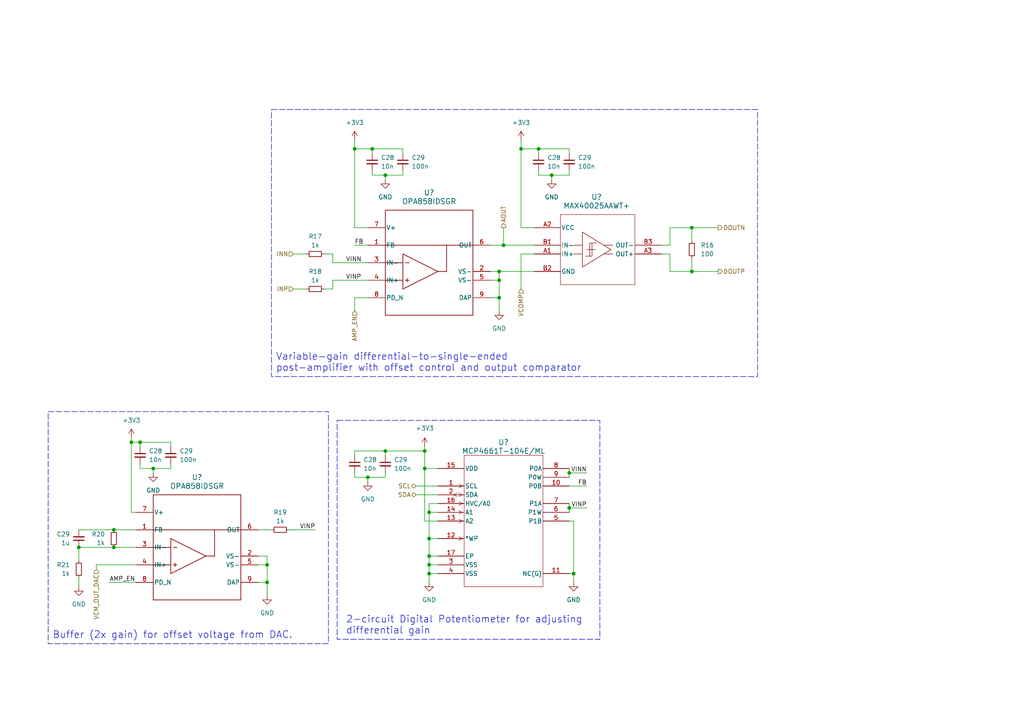
<source format=kicad_sch>
(kicad_sch (version 20230121) (generator eeschema)
  (paper "A4")
  (lib_symbols
    (symbol "Device:C_Small" (pin_numbers hide) (pin_names (offset 0.254) hide)
      (property "Reference" "C" (at 0.254 1.778 0))
      (property "Value" "C_Small" (at 0.254 -2.032 0))
      (symbol "C_Small_0_1"
        (polyline (pts (xy -1.524 -0.508) (xy 1.524 -0.508)) (stroke (width 0.3302)))
        (polyline (pts (xy -1.524 0.508) (xy 1.524 0.508)) (stroke (width 0.3048)))
      )
      (symbol "C_Small_1_1"
        (pin passive line (at 0 2.54 270) (length 2.032) (name "~") (number "1"))
        (pin passive line (at 0 -2.54 90) (length 2.032) (name "~") (number "2"))
      )
    )
    (symbol "Device:R_Small" (pin_numbers hide) (pin_names (offset 0.254) hide)
      (property "Reference" "R" (at 0.762 0.508 0))
      (property "Value" "R_Small" (at 0.762 -1.016 0))
      (symbol "R_Small_0_1"
        (rectangle (start -0.762 1.778) (end 0.762 -1.778) (stroke (width 0.2032)))
      )
      (symbol "R_Small_1_1"
        (pin passive line (at 0 2.54 270) (length 0.762) (name "~") (number "1"))
        (pin passive line (at 0 -2.54 90) (length 0.762) (name "~") (number "2"))
      )
    )
    (symbol "imported_components:MAX40025AAWT+" (pin_names (offset 0.254))
      (property "Reference" "U" (at 17.78 13.97 0))
      (property "Value" "MAX40025AAWT+" (at 17.78 11.43 0))
      (symbol "MAX40025AAWT+_0_1"
        (polyline (pts (xy 7.62 -10.16) (xy 29.21 -10.16)) (stroke (width 0.127)))
        (polyline (pts (xy 7.62 10.16) (xy 7.62 -10.16)) (stroke (width 0.127)))
        (polyline (pts (xy 29.21 -10.16) (xy 29.21 10.16)) (stroke (width 0.127)))
        (polyline (pts (xy 29.21 10.16) (xy 7.62 10.16)) (stroke (width 0.127)))
        (pin input line (at 0 -1.27 0) (length 7.62) (name "IN+") (number "A1"))
        (pin power_in line (at 0 6.35 0) (length 7.62) (name "VCC") (number "A2"))
        (pin output line (at 36.83 -1.27 180) (length 7.62) (name "OUT+") (number "A3"))
        (pin input line (at 0 1.27 0) (length 7.62) (name "IN-") (number "B1"))
        (pin output line (at 36.83 1.27 180) (length 7.62) (name "OUT-") (number "B3"))
      )
      (symbol "MAX40025AAWT+_1_1"
        (polyline (pts (xy 11.43 -1.27) (xy 13.97 -1.27)))
        (polyline (pts (xy 11.43 1.27) (xy 13.97 1.27)))
        (polyline (pts (xy 17.78 0) (xy 15.24 0)))
        (polyline (pts (xy 20.32 -1.27) (xy 22.86 -1.27)))
        (polyline (pts (xy 20.32 1.27) (xy 22.86 1.27)))
        (polyline (pts (xy 13.97 5.08) (xy 13.97 -5.08) (xy 22.225 0) (xy 13.97 5.08)))
        (polyline (pts (xy 14.859 -1.905) (xy 16.764 -1.905) (xy 16.764 1.905) (xy 18.034 1.905) (xy 16.129 1.905) (xy 16.129 -1.905)))
        (pin power_in line (at 0 -6.35 0) (length 7.62) (name "GND") (number "B2"))
      )
    )
    (symbol "imported_components:MCP4661T-104E_ML" (pin_names (offset 0.254))
      (property "Reference" "U" (at 0 22.86 0))
      (property "Value" "MCP4661T-104E/ML" (at 0 20.32 0))
      (symbol "MCP4661T-104E_ML_0_1"
        (polyline (pts (xy -13.5128 7.0993) (xy -14.5542 7.62)) (stroke (width 0.127)))
        (polyline (pts (xy -13.5128 8.1407) (xy -14.5542 7.62)) (stroke (width 0.127)))
        (polyline (pts (xy -11.9507 -5.08) (xy -12.9921 -5.6007)) (stroke (width 0.127)))
        (polyline (pts (xy -11.9507 -5.08) (xy -12.9921 -4.5593)) (stroke (width 0.127)))
        (polyline (pts (xy -11.9507 0) (xy -12.9921 -0.5207)) (stroke (width 0.127)))
        (polyline (pts (xy -11.9507 0) (xy -12.9921 0.5207)) (stroke (width 0.127)))
        (polyline (pts (xy -11.9507 2.54) (xy -12.9921 2.0193)) (stroke (width 0.127)))
        (polyline (pts (xy -11.9507 2.54) (xy -12.9921 3.0607)) (stroke (width 0.127)))
        (polyline (pts (xy -11.9507 5.08) (xy -12.9921 4.5593)) (stroke (width 0.127)))
        (polyline (pts (xy -11.9507 5.08) (xy -12.9921 5.6007)) (stroke (width 0.127)))
        (polyline (pts (xy -11.9507 7.62) (xy -12.9921 7.0993)) (stroke (width 0.127)))
        (polyline (pts (xy -11.9507 7.62) (xy -12.9921 8.1407)) (stroke (width 0.127)))
        (polyline (pts (xy -11.9507 10.16) (xy -12.9921 9.6393)) (stroke (width 0.127)))
        (polyline (pts (xy -11.9507 10.16) (xy -12.9921 10.6807)) (stroke (width 0.127)))
        (polyline (pts (xy -11.43 -19.05) (xy 11.43 -19.05)) (stroke (width 0.127)))
        (polyline (pts (xy -11.43 19.05) (xy -11.43 -19.05)) (stroke (width 0.127)))
        (polyline (pts (xy 11.43 -19.05) (xy 11.43 19.05)) (stroke (width 0.127)))
        (polyline (pts (xy 11.43 19.05) (xy -11.43 19.05)) (stroke (width 0.127)))
        (pin input line (at -19.05 10.16 0) (length 7.62) (name "SCL") (number "1"))
        (pin input line (at -19.05 -5.08 0) (length 7.62) (name "*WP") (number "12"))
        (pin input line (at -19.05 0 0) (length 7.62) (name "A2") (number "13"))
        (pin input line (at -19.05 2.54 0) (length 7.62) (name "A1") (number "14"))
        (pin power_in line (at -19.05 15.24 0) (length 7.62) (name "VDD") (number "15"))
        (pin input line (at -19.05 5.08 0) (length 7.62) (name "HVC/A0") (number "16"))
        (pin bidirectional line (at -19.05 7.62 0) (length 7.62) (name "SDA") (number "2"))
        (pin power_in line (at -19.05 -12.7 0) (length 7.62) (name "VSS") (number "3"))
        (pin power_in line (at -19.05 -15.24 0) (length 7.62) (name "VSS") (number "4"))
      )
      (symbol "MCP4661T-104E_ML_1_1"
        (pin passive line (at 19.05 10.16 180) (length 7.62) (name "P0B") (number "10"))
        (pin power_in line (at 19.05 -15.24 180) (length 7.62) (name "NC(G)") (number "11"))
        (pin power_in line (at -19.05 -10.16 0) (length 7.62) (name "EP") (number "17"))
        (pin passive line (at 19.05 0 180) (length 7.62) (name "P1B") (number "5"))
        (pin passive line (at 19.05 2.54 180) (length 7.62) (name "P1W") (number "6"))
        (pin passive line (at 19.05 5.08 180) (length 7.62) (name "P1A") (number "7"))
        (pin passive line (at 19.05 15.24 180) (length 7.62) (name "P0A") (number "8"))
        (pin passive line (at 19.05 12.7 180) (length 7.62) (name "P0W") (number "9"))
      )
    )
    (symbol "imported_components:OPA858IDSGR" (pin_names (offset 0.254))
      (property "Reference" "U" (at 0 19.05 0))
      (property "Value" "OPA858IDSGR" (at 0 16.51 0))
      (symbol "OPA858IDSGR_0_1"
        (polyline (pts (xy -12.7 -15.24) (xy 12.7 -15.24)) (stroke (width 0.2032)))
        (polyline (pts (xy -12.7 -5.08) (xy -7.62 -5.08)) (stroke (width 0.2032)))
        (polyline (pts (xy -12.7 0) (xy -7.62 0)) (stroke (width 0.2032)))
        (polyline (pts (xy -12.7 15.24) (xy -12.7 -15.24)) (stroke (width 0.2032)))
        (polyline (pts (xy -7.62 -7.62) (xy 2.54 -2.54)) (stroke (width 0.2032)))
        (polyline (pts (xy -7.62 2.54) (xy -7.62 -7.62)) (stroke (width 0.2032)))
        (polyline (pts (xy -7.62 2.54) (xy 2.54 -2.54)) (stroke (width 0.2032)))
        (polyline (pts (xy -6.858 -5.08) (xy -5.842 -5.08)) (stroke (width 0.2032)))
        (polyline (pts (xy -6.858 0) (xy -5.842 0)) (stroke (width 0.2032)))
        (polyline (pts (xy -6.35 -4.572) (xy -6.35 -5.588)) (stroke (width 0.2032)))
        (polyline (pts (xy 5.08 -2.54) (xy 2.54 -2.54)) (stroke (width 0.2032)))
        (polyline (pts (xy 5.08 -2.54) (xy 5.08 5.08)) (stroke (width 0.2032)))
        (polyline (pts (xy 12.7 -15.24) (xy 12.7 15.24)) (stroke (width 0.2032)))
        (polyline (pts (xy 12.7 5.08) (xy -12.7 5.08)) (stroke (width 0.2032)))
        (polyline (pts (xy 12.7 15.24) (xy -12.7 15.24)) (stroke (width 0.2032)))
        (pin input line (at -17.78 5.08 0) (length 5.08) (name "FB") (number "1"))
        (pin power_in line (at 17.78 -2.54 180) (length 5.08) (name "VS-") (number "2"))
        (pin input line (at -17.78 0 0) (length 5.08) (name "IN-") (number "3"))
        (pin input line (at -17.78 -5.08 0) (length 5.08) (name "IN+") (number "4"))
        (pin power_in line (at 17.78 -5.08 180) (length 5.08) (name "VS-") (number "5"))
        (pin output line (at 17.78 5.08 180) (length 5.08) (name "OUT") (number "6"))
        (pin power_in line (at -17.78 10.16 0) (length 5.08) (name "V+") (number "7"))
        (pin input line (at -17.78 -10.16 0) (length 5.08) (name "PD_N") (number "8"))
        (pin power_in line (at 17.78 -10.16 180) (length 5.08) (name "DAP") (number "9"))
      )
    )
    (symbol "power:+3V3" (power) (pin_names (offset 0))
      (property "Value" "+3V3" (at 0 3.556 0))
      (symbol "+3V3_0_1"
        (polyline (pts (xy -0.762 1.27) (xy 0 2.54)))
        (polyline (pts (xy 0 0) (xy 0 2.54)))
        (polyline (pts (xy 0 2.54) (xy 0.762 1.27)))
      )
      (symbol "+3V3_1_1"
        (pin power_in line (at 0 0 90) (length 0) hide (name "+3V3") (number "1"))
      )
    )
    (symbol "power:GND" (power) (pin_names (offset 0))
      (property "Value" "GND" (at 0 -3.81 0))
      (symbol "GND_0_1"
        (polyline (pts (xy 0 0) (xy 0 -1.27) (xy 1.27 -1.27) (xy 0 -2.54) (xy -1.27 -1.27) (xy 0 -1.27)))
      )
      (symbol "GND_1_1"
        (pin power_in line (at 0 0 270) (length 0) hide (name "GND") (number "1"))
      )
    )
  )
  (junction (at 124.46 166.37))
  (junction (at 106.68 138.43))
  (junction (at 200.66 78.74))
  (junction (at 44.45 135.89))
  (junction (at 160.02 50.8))
  (junction (at 38.1 128.27))
  (junction (at 107.95 43.18))
  (junction (at 144.78 81.28))
  (junction (at 151.13 43.18))
  (junction (at 124.46 148.59))
  (junction (at 165.1 147.32))
  (junction (at 40.64 128.27))
  (junction (at 77.47 168.91))
  (junction (at 156.21 43.18))
  (junction (at 124.46 156.21))
  (junction (at 146.05 71.12))
  (junction (at 22.86 158.75))
  (junction (at 165.1 137.16))
  (junction (at 124.46 161.29))
  (junction (at 124.46 163.83))
  (junction (at 111.76 50.8))
  (junction (at 33.02 158.75))
  (junction (at 111.76 130.81))
  (junction (at 166.37 166.37))
  (junction (at 123.19 130.81))
  (junction (at 77.47 163.83))
  (junction (at 33.02 153.67))
  (junction (at 200.66 66.04))
  (junction (at 123.19 135.89))
  (junction (at 144.78 78.74))
  (junction (at 102.87 43.18))
  (junction (at 144.78 86.36))
  (wire (pts (xy 142.24 71.12) (xy 146.05 71.12)))
  (wire (pts (xy 165.1 147.32) (xy 165.1 148.59)))
  (wire (pts (xy 123.19 129.54) (xy 123.19 130.81)))
  (wire (pts (xy 200.66 66.04) (xy 208.28 66.04)))
  (wire (pts (xy 146.05 66.04) (xy 146.05 71.12)))
  (wire (pts (xy 96.52 81.28) (xy 96.52 83.82)))
  (wire (pts (xy 165.1 166.37) (xy 166.37 166.37)))
  (wire (pts (xy 49.53 135.89) (xy 44.45 135.89)))
  (wire (pts (xy 194.31 66.04) (xy 194.31 71.12)))
  (wire (pts (xy 111.76 137.16) (xy 111.76 138.43)))
  (wire (pts (xy 165.1 44.45) (xy 165.1 43.18)))
  (wire (pts (xy 33.02 158.75) (xy 39.37 158.75)))
  (wire (pts (xy 165.1 137.16) (xy 165.1 138.43)))
  (wire (pts (xy 93.98 83.82) (xy 96.52 83.82)))
  (wire (pts (xy 144.78 86.36) (xy 144.78 90.17)))
  (wire (pts (xy 38.1 128.27) (xy 38.1 148.59)))
  (wire (pts (xy 96.52 76.2) (xy 106.68 76.2)))
  (wire (pts (xy 102.87 138.43) (xy 102.87 137.16)))
  (wire (pts (xy 116.84 50.8) (xy 111.76 50.8)))
  (wire (pts (xy 85.09 83.82) (xy 88.9 83.82)))
  (wire (pts (xy 49.53 129.54) (xy 49.53 128.27)))
  (wire (pts (xy 127 146.05) (xy 124.46 146.05)))
  (wire (pts (xy 124.46 156.21) (xy 127 156.21)))
  (wire (pts (xy 165.1 137.16) (xy 170.18 137.16)))
  (wire (pts (xy 166.37 151.13) (xy 166.37 166.37)))
  (wire (pts (xy 166.37 166.37) (xy 166.37 168.91)))
  (wire (pts (xy 194.31 73.66) (xy 191.77 73.66)))
  (wire (pts (xy 127 161.29) (xy 124.46 161.29)))
  (wire (pts (xy 107.95 50.8) (xy 107.95 49.53)))
  (wire (pts (xy 77.47 161.29) (xy 77.47 163.83)))
  (wire (pts (xy 22.86 162.56) (xy 22.86 158.75)))
  (wire (pts (xy 120.65 143.51) (xy 127 143.51)))
  (wire (pts (xy 102.87 86.36) (xy 102.87 90.17)))
  (wire (pts (xy 38.1 148.59) (xy 39.37 148.59)))
  (wire (pts (xy 22.86 153.67) (xy 33.02 153.67)))
  (wire (pts (xy 165.1 49.53) (xy 165.1 50.8)))
  (wire (pts (xy 194.31 78.74) (xy 194.31 73.66)))
  (wire (pts (xy 116.84 44.45) (xy 116.84 43.18)))
  (wire (pts (xy 77.47 163.83) (xy 77.47 168.91)))
  (wire (pts (xy 124.46 166.37) (xy 127 166.37)))
  (wire (pts (xy 151.13 40.64) (xy 151.13 43.18)))
  (wire (pts (xy 85.09 73.66) (xy 88.9 73.66)))
  (wire (pts (xy 194.31 66.04) (xy 200.66 66.04)))
  (wire (pts (xy 111.76 50.8) (xy 111.76 52.07)))
  (wire (pts (xy 106.68 66.04) (xy 102.87 66.04)))
  (wire (pts (xy 144.78 81.28) (xy 144.78 86.36)))
  (wire (pts (xy 194.31 71.12) (xy 191.77 71.12)))
  (wire (pts (xy 77.47 168.91) (xy 77.47 172.72)))
  (wire (pts (xy 156.21 43.18) (xy 156.21 44.45)))
  (wire (pts (xy 123.19 151.13) (xy 123.19 135.89)))
  (wire (pts (xy 124.46 146.05) (xy 124.46 148.59)))
  (wire (pts (xy 200.66 74.93) (xy 200.66 78.74)))
  (wire (pts (xy 127 148.59) (xy 124.46 148.59)))
  (wire (pts (xy 38.1 128.27) (xy 40.64 128.27)))
  (wire (pts (xy 74.93 153.67) (xy 78.74 153.67)))
  (wire (pts (xy 144.78 78.74) (xy 154.94 78.74)))
  (wire (pts (xy 120.65 140.97) (xy 127 140.97)))
  (wire (pts (xy 107.95 43.18) (xy 107.95 44.45)))
  (wire (pts (xy 22.86 167.64) (xy 22.86 170.18)))
  (wire (pts (xy 124.46 163.83) (xy 124.46 166.37)))
  (wire (pts (xy 22.86 158.75) (xy 33.02 158.75)))
  (wire (pts (xy 74.93 163.83) (xy 77.47 163.83)))
  (wire (pts (xy 151.13 73.66) (xy 151.13 83.82)))
  (wire (pts (xy 49.53 134.62) (xy 49.53 135.89)))
  (wire (pts (xy 27.94 163.83) (xy 39.37 163.83)))
  (wire (pts (xy 127 151.13) (xy 123.19 151.13)))
  (wire (pts (xy 40.64 135.89) (xy 40.64 134.62)))
  (wire (pts (xy 102.87 86.36) (xy 106.68 86.36)))
  (wire (pts (xy 124.46 166.37) (xy 124.46 168.91)))
  (wire (pts (xy 102.87 130.81) (xy 111.76 130.81)))
  (wire (pts (xy 142.24 81.28) (xy 144.78 81.28)))
  (wire (pts (xy 111.76 138.43) (xy 106.68 138.43)))
  (wire (pts (xy 151.13 43.18) (xy 156.21 43.18)))
  (wire (pts (xy 111.76 50.8) (xy 107.95 50.8)))
  (wire (pts (xy 144.78 78.74) (xy 144.78 81.28)))
  (wire (pts (xy 111.76 130.81) (xy 123.19 130.81)))
  (wire (pts (xy 116.84 49.53) (xy 116.84 50.8)))
  (wire (pts (xy 166.37 151.13) (xy 165.1 151.13)))
  (wire (pts (xy 74.93 168.91) (xy 77.47 168.91)))
  (wire (pts (xy 33.02 153.67) (xy 39.37 153.67)))
  (wire (pts (xy 44.45 135.89) (xy 40.64 135.89)))
  (wire (pts (xy 102.87 71.12) (xy 106.68 71.12)))
  (wire (pts (xy 124.46 163.83) (xy 127 163.83)))
  (wire (pts (xy 102.87 43.18) (xy 102.87 66.04)))
  (wire (pts (xy 123.19 135.89) (xy 127 135.89)))
  (wire (pts (xy 165.1 50.8) (xy 160.02 50.8)))
  (wire (pts (xy 160.02 50.8) (xy 156.21 50.8)))
  (wire (pts (xy 156.21 43.18) (xy 165.1 43.18)))
  (wire (pts (xy 151.13 43.18) (xy 151.13 66.04)))
  (wire (pts (xy 142.24 78.74) (xy 144.78 78.74)))
  (wire (pts (xy 151.13 66.04) (xy 154.94 66.04)))
  (wire (pts (xy 156.21 50.8) (xy 156.21 49.53)))
  (wire (pts (xy 123.19 130.81) (xy 123.19 135.89)))
  (wire (pts (xy 160.02 50.8) (xy 160.02 52.07)))
  (wire (pts (xy 124.46 161.29) (xy 124.46 163.83)))
  (wire (pts (xy 44.45 135.89) (xy 44.45 137.16)))
  (wire (pts (xy 102.87 40.64) (xy 102.87 43.18)))
  (wire (pts (xy 165.1 137.16) (xy 165.1 135.89)))
  (wire (pts (xy 40.64 128.27) (xy 40.64 129.54)))
  (wire (pts (xy 107.95 43.18) (xy 116.84 43.18)))
  (wire (pts (xy 93.98 73.66) (xy 96.52 73.66)))
  (wire (pts (xy 200.66 78.74) (xy 208.28 78.74)))
  (wire (pts (xy 200.66 66.04) (xy 200.66 69.85)))
  (wire (pts (xy 124.46 148.59) (xy 124.46 156.21)))
  (wire (pts (xy 106.68 138.43) (xy 106.68 139.7)))
  (wire (pts (xy 102.87 130.81) (xy 102.87 132.08)))
  (wire (pts (xy 151.13 73.66) (xy 154.94 73.66)))
  (wire (pts (xy 165.1 147.32) (xy 170.18 147.32)))
  (wire (pts (xy 142.24 86.36) (xy 144.78 86.36)))
  (wire (pts (xy 124.46 156.21) (xy 124.46 161.29)))
  (wire (pts (xy 27.94 165.1) (xy 27.94 163.83)))
  (wire (pts (xy 74.93 161.29) (xy 77.47 161.29)))
  (wire (pts (xy 96.52 73.66) (xy 96.52 76.2)))
  (wire (pts (xy 146.05 71.12) (xy 154.94 71.12)))
  (wire (pts (xy 194.31 78.74) (xy 200.66 78.74)))
  (wire (pts (xy 96.52 81.28) (xy 106.68 81.28)))
  (wire (pts (xy 38.1 127) (xy 38.1 128.27)))
  (wire (pts (xy 165.1 147.32) (xy 165.1 146.05)))
  (wire (pts (xy 40.64 128.27) (xy 49.53 128.27)))
  (wire (pts (xy 83.82 153.67) (xy 91.44 153.67)))
  (wire (pts (xy 106.68 138.43) (xy 102.87 138.43)))
  (wire (pts (xy 165.1 140.97) (xy 170.18 140.97)))
  (wire (pts (xy 102.87 43.18) (xy 107.95 43.18)))
  (wire (pts (xy 111.76 132.08) (xy 111.76 130.81)))
  (wire (pts (xy 31.75 168.91) (xy 39.37 168.91)))
  (rectangle (start 13.97 119.38) (end 95.25 186.69) (stroke (width 0) (type dash)))
  (rectangle (start 97.79 121.92) (end 173.99 185.42) (stroke (width 0) (type dash)))
  (rectangle (start 78.74 31.75) (end 219.71 109.22) (stroke (width 0) (type dash)))
  (text "Buffer (2x gain) for offset voltage from DAC." (at 15.24 185.42 0) (effects (font (size 2 2)) (justify left bottom)))
  (text "2-circuit Digital Potentiometer for adjusting \ndifferential gain" (at 100.33 184.15 0) (effects (font (size 2 2)) (justify left bottom)))
  (text "Variable-gain differential-to-single-ended\npost-amplifier with offset control and output comparator" (at 80.01 107.95 0) (effects (font (size 2 2)) (justify left bottom)))
  (label "VINP" (at 100.33 81.28 0))
  (label "VINP" (at 91.44 153.67 180))
  (label "FB" (at 102.87 71.12 0))
  (label "VINN" (at 170.18 137.16 180))
  (label "AMP_EN" (at 31.75 168.91 0))
  (label "VINN" (at 100.33 76.2 0))
  (label "VINP" (at 170.18 147.32 180))
  (label "FB" (at 170.18 140.97 180))
  (hierarchical_label "VCM_OUT_DAC" (shape input) (at 27.94 165.1 270))
  (hierarchical_label "INP" (shape input) (at 85.09 83.82 180))
  (hierarchical_label "SCL" (shape bidirectional) (at 120.65 140.97 180))
  (hierarchical_label "SDA" (shape bidirectional) (at 120.65 143.51 180))
  (hierarchical_label "DOUTP" (shape output) (at 208.28 78.74 0))
  (hierarchical_label "INN" (shape input) (at 85.09 73.66 180))
  (hierarchical_label "AMP_EN" (shape input) (at 102.87 90.17 270))
  (hierarchical_label "VCOMP" (shape input) (at 151.13 83.82 270))
  (hierarchical_label "AOUT" (shape output) (at 146.05 66.04 90))
  (hierarchical_label "DOUTN" (shape output) (at 208.28 66.04 0))
  (symbol (lib_id "imported_components:MAX40025AAWT+") (at 154.94 72.39 0) (unit 1)
    (property "Reference" "U?" (at 173.0375 57.15 0) (effects (font (size 1.524 1.524))))
    (property "Value" "MAX40025AAWT+" (at 173.0375 59.69 0) (effects (font (size 1.524 1.524))))
    (property "Footprint" "imported_footprints:21-100296_W60D1&plus_1_MXM" (effects hide))
    (property "Datasheet" "https://www.analog.com/media/en/technical-documentation/data-sheets/MAX40025A-MAX40026.pdf" (effects hide))
    (property "PartNum" "MAX40025AAWT+" (effects hide))
    (property "Description" "IC COMPARATOR 1 GEN PUR 6WLP" (effects hide))
    (property "Manufacturer" "Analog Devices Inc./Maxim Integrated" (effects hide))
    (instances (project "pixel_char_fall2023" (path "" (reference "U?") (unit 1)) (path "" (reference "U12") (unit 1)) (path "" (reference "U16") (unit 1))))
  )
  (symbol (lib_id "power:+3V3") (at 38.1 127 0) (unit 1)
    (property "Reference" "#PWR?" (effects hide))
    (property "Value" "+3V3" (at 38.1 121.92 0))
    (instances (project "pixel_char_fall2023" (path "" (reference "#PWR?") (unit 1)) (path "" (reference "#PWR087") (unit 1)) (path "" (reference "#PWR0100") (unit 1))))
  )
  (symbol (lib_id "power:+3V3") (at 151.13 40.64 0) (unit 1)
    (property "Reference" "#PWR?" (effects hide))
    (property "Value" "+3V3" (at 151.13 35.56 0))
    (instances (project "pixel_char_fall2023" (path "" (reference "#PWR?") (unit 1)) (path "" (reference "#PWR083") (unit 1)) (path "" (reference "#PWR096") (unit 1))))
  )
  (symbol (lib_id "power:+3V3") (at 102.87 40.64 0) (unit 1)
    (property "Reference" "#PWR?" (effects hide))
    (property "Value" "+3V3" (at 102.87 35.56 0))
    (instances (project "pixel_char_fall2023" (path "" (reference "#PWR?") (unit 1)) (path "" (reference "#PWR082") (unit 1)) (path "" (reference "#PWR095") (unit 1))))
  )
  (symbol (lib_id "power:GND") (at 106.68 139.7 0) (unit 1)
    (property "Reference" "#PWR?" (effects hide))
    (property "Value" "GND" (at 106.68 144.78 0))
    (instances (project "pixel_char_fall2023" (path "" (reference "#PWR?") (unit 1)) (path "" (reference "#PWR067") (unit 1)) (path "" (reference "#PWR090") (unit 1)) (path "" (reference "#PWR0103") (unit 1))))
  )
  (symbol (lib_id "Device:C_Small") (at 116.84 46.99 0) (unit 1)
    (property "Reference" "C29" (at 119.38 45.7263 0) (effects (justify left)))
    (property "Value" "100n" (at 119.38 48.2663 0) (effects (justify left)))
    (property "Footprint" "Capacitor_SMD:C_0402_1005Metric" (effects hide))
    (property "Description" "CAP CER 0.1UF 25V X7R 0402" (effects hide))
    (property "Manufacturer" "Murata Electronics" (effects hide))
    (property "PartNum" "GRM155R71E104KE14J" (effects hide))
    (instances (project "pixel_char_fall2023" (path "" (reference "C29") (unit 1)) (path "" (reference "C70") (unit 1)) (path "" (reference "C79") (unit 1))))
  )
  (symbol (lib_id "Device:C_Small") (at 156.21 46.99 0) (unit 1)
    (property "Reference" "C28" (at 158.75 45.7263 0) (effects (justify left)))
    (property "Value" "10n" (at 158.75 48.2663 0) (effects (justify left)))
    (property "Footprint" "Capacitor_SMD:C_0402_1005Metric" (effects hide))
    (property "Description" "CAP CER 10000PF 16V X7R 0402" (effects hide))
    (property "Manufacturer" "Murata Electronics" (effects hide))
    (property "PartNum" "GRT155R71C103KE01J" (effects hide))
    (instances (project "pixel_char_fall2023" (path "" (reference "C28") (unit 1)) (path "" (reference "C71") (unit 1)) (path "" (reference "C80") (unit 1))))
  )
  (symbol (lib_id "power:GND") (at 77.47 172.72 0) (unit 1)
    (property "Reference" "#PWR?" (effects hide))
    (property "Value" "GND" (at 77.47 177.8 0))
    (instances (project "pixel_char_fall2023" (path "" (reference "#PWR?") (unit 1)) (path "" (reference "#PWR094") (unit 1)) (path "" (reference "#PWR0107") (unit 1))))
  )
  (symbol (lib_id "Device:C_Small") (at 111.76 134.62 0) (unit 1)
    (property "Reference" "C29" (at 114.3 133.3563 0) (effects (justify left)))
    (property "Value" "100n" (at 114.3 135.8963 0) (effects (justify left)))
    (property "Footprint" "Capacitor_SMD:C_0402_1005Metric" (effects hide))
    (property "Description" "CAP CER 0.1UF 25V X7R 0402" (effects hide))
    (property "Manufacturer" "Murata Electronics" (effects hide))
    (property "PartNum" "GRM155R71E104KE14J" (effects hide))
    (instances (project "pixel_char_fall2023" (path "" (reference "C29") (unit 1)) (path "" (reference "C76") (unit 1)) (path "" (reference "C85") (unit 1))))
  )
  (symbol (lib_id "power:+3V3") (at 123.19 129.54 0) (unit 1)
    (property "Reference" "#PWR?" (effects hide))
    (property "Value" "+3V3" (at 123.19 124.206 0))
    (instances (project "pixel_char_fall2023" (path "" (reference "#PWR?") (unit 1)) (path "" (reference "#PWR063") (unit 1)) (path "" (reference "#PWR088") (unit 1)) (path "" (reference "#PWR0101") (unit 1))))
  )
  (symbol (lib_id "Device:C_Small") (at 102.87 134.62 0) (unit 1)
    (property "Reference" "C28" (at 105.41 133.3563 0) (effects (justify left)))
    (property "Value" "10n" (at 105.41 135.8963 0) (effects (justify left)))
    (property "Footprint" "Capacitor_SMD:C_0402_1005Metric" (effects hide))
    (property "Description" "CAP CER 10000PF 16V X7R 0402" (effects hide))
    (property "Manufacturer" "Murata Electronics" (effects hide))
    (property "PartNum" "GRT155R71C103KE01J" (effects hide))
    (instances (project "pixel_char_fall2023" (path "" (reference "C28") (unit 1)) (path "" (reference "C75") (unit 1)) (path "" (reference "C84") (unit 1))))
  )
  (symbol (lib_id "Device:R_Small") (at 33.02 156.21 0) (mirror y) (unit 1)
    (property "Reference" "R20" (at 30.48 154.94 0) (effects (justify left)))
    (property "Value" "1k" (at 30.48 157.48 0) (effects (justify left)))
    (property "Footprint" "Resistor_SMD:R_0402_1005Metric" (effects hide))
    (property "Description" "RES 1K OHM 1% 1/16W 0402" (effects hide))
    (property "Manufacturer" "Yageo" (effects hide))
    (property "PartNum" "RC0402FR-071KL" (effects hide))
    (instances (project "pixel_char_fall2023" (path "" (reference "R20") (unit 1)) (path "" (reference "R26") (unit 1))))
  )
  (symbol (lib_id "imported_components:OPA858IDSGR") (at 57.15 158.75 0) (unit 1)
    (property "Reference" "U?" (at 57.15 138.43 0) (effects (font (size 1.524 1.524))))
    (property "Value" "OPA858IDSGR" (at 57.15 140.97 0) (effects (font (size 1.524 1.524))))
    (property "Footprint" "imported_footprints:DSG0008A" (effects hide))
    (property "Datasheet" "https://www.ti.com/lit/ds/symlink/opa858.pdf?HQS=dis-dk-null-digikeymode-dsf-pf-null-wwe&ts=1701384556400&ref_url=https%253A%252F%252Fwww.ti.com%252Fgeneral%252Fdocs%252Fsuppproductinfo.tsp%253FdistId%253D10%2526gotoUrl%253Dhttps%253A%252F%252Fwww.ti.com%252Flit%252Fgpn%252Fopa858" (effects hide))
    (property "PartNum" "OPA858IDSGR" (effects hide))
    (property "Description" "IC OPAMP GP 1 CIRCUIT 8WSON" (effects hide))
    (property "Manufacturer" "Texas Instruments" (effects hide))
    (instances (project "pixel_char_fall2023" (path "" (reference "U?") (unit 1)) (path "" (reference "U15") (unit 1)) (path "" (reference "U19") (unit 1))))
  )
  (symbol (lib_id "Device:R_Small") (at 22.86 165.1 0) (mirror x) (unit 1)
    (property "Reference" "R21" (at 20.32 163.83 0) (effects (justify right)))
    (property "Value" "1k" (at 20.32 166.37 0) (effects (justify right)))
    (property "Footprint" "Resistor_SMD:R_0402_1005Metric" (effects hide))
    (property "Description" "RES 1K OHM 1% 1/16W 0402" (effects hide))
    (property "Manufacturer" "Yageo" (effects hide))
    (property "PartNum" "RC0402FR-071KL" (effects hide))
    (instances (project "pixel_char_fall2023" (path "" (reference "R21") (unit 1)) (path "" (reference "R27") (unit 1))))
  )
  (symbol (lib_id "imported_components:MCP4661T-104E_ML") (at 146.05 151.13 0) (unit 1)
    (property "Reference" "U?" (at 146.05 128.27 0) (effects (font (size 1.524 1.524))))
    (property "Value" "MCP4661T-104E/ML" (at 146.05 130.81 0) (effects (font (size 1.524 1.524))))
    (property "Footprint" "imported_footprints:QFN16_4x4MC_MCH" (effects hide))
    (property "Datasheet" "https://ww1.microchip.com/downloads/en/DeviceDoc/22107B.pdf" (effects hide))
    (property "PartNum" "MCP4661T-104E/ML" (effects hide))
    (property "Description" "IC DGTL POT 100KOHM 257TAP 16QFN" (effects hide))
    (property "Manufacturer" "Microchip Technology" (effects hide))
    (instances (project "pixel_char_fall2023" (path "" (reference "U?") (unit 1)) (path "" (reference "U14") (unit 1)) (path "" (reference "U14") (unit 1)) (path "" (reference "U18") (unit 1))))
  )
  (symbol (lib_id "Device:R_Small") (at 91.44 83.82 90) (unit 1)
    (property "Reference" "R18" (at 91.44 78.74 90))
    (property "Value" "1k" (at 91.44 81.28 90))
    (property "Footprint" "Resistor_SMD:R_0402_1005Metric" (effects hide))
    (property "Description" "RES 1K OHM 1% 1/16W 0402" (effects hide))
    (property "Manufacturer" "Yageo" (effects hide))
    (property "PartNum" "RC0402FR-071KL" (effects hide))
    (instances (project "pixel_char_fall2023" (path "" (reference "R18") (unit 1)) (path "" (reference "R24") (unit 1))))
  )
  (symbol (lib_id "Device:R_Small") (at 200.66 72.39 0) (unit 1)
    (property "Reference" "R16" (at 203.2 71.12 0) (effects (justify left)))
    (property "Value" "100" (at 203.2 73.66 0) (effects (justify left)))
    (property "Footprint" "Resistor_SMD:R_0402_1005Metric" (effects hide))
    (property "Description" "RES SMD 100 OHM 0.1% 1/16W 0402" (effects hide))
    (property "Manufacturer" "Yageo" (effects hide))
    (property "PartNum" "RT0402BRD07100RL" (effects hide))
    (instances (project "pixel_char_fall2023" (path "" (reference "R16") (unit 1)) (path "" (reference "R22") (unit 1))))
  )
  (symbol (lib_id "Device:C_Small") (at 165.1 46.99 0) (unit 1)
    (property "Reference" "C29" (at 167.64 45.7263 0) (effects (justify left)))
    (property "Value" "100n" (at 167.64 48.2663 0) (effects (justify left)))
    (property "Footprint" "Capacitor_SMD:C_0402_1005Metric" (effects hide))
    (property "Description" "CAP CER 0.1UF 25V X7R 0402" (effects hide))
    (property "Manufacturer" "Murata Electronics" (effects hide))
    (property "PartNum" "GRM155R71E104KE14J" (effects hide))
    (instances (project "pixel_char_fall2023" (path "" (reference "C29") (unit 1)) (path "" (reference "C72") (unit 1)) (path "" (reference "C81") (unit 1))))
  )
  (symbol (lib_id "Device:C_Small") (at 107.95 46.99 0) (unit 1)
    (property "Reference" "C28" (at 110.49 45.7263 0) (effects (justify left)))
    (property "Value" "10n" (at 110.49 48.2663 0) (effects (justify left)))
    (property "Footprint" "Capacitor_SMD:C_0402_1005Metric" (effects hide))
    (property "Description" "CAP CER 10000PF 16V X7R 0402" (effects hide))
    (property "Manufacturer" "Murata Electronics" (effects hide))
    (property "PartNum" "GRT155R71C103KE01J" (effects hide))
    (instances (project "pixel_char_fall2023" (path "" (reference "C28") (unit 1)) (path "" (reference "C69") (unit 1)) (path "" (reference "C78") (unit 1))))
  )
  (symbol (lib_id "power:GND") (at 124.46 168.91 0) (unit 1)
    (property "Reference" "#PWR?" (effects hide))
    (property "Value" "GND" (at 124.46 173.99 0))
    (instances (project "pixel_char_fall2023" (path "" (reference "#PWR?") (unit 1)) (path "" (reference "#PWR069") (unit 1)) (path "" (reference "#PWR091") (unit 1)) (path "" (reference "#PWR0104") (unit 1))))
  )
  (symbol (lib_id "power:GND") (at 22.86 170.18 0) (mirror y) (unit 1)
    (property "Reference" "#PWR?" (effects hide))
    (property "Value" "GND" (at 22.86 175.26 0))
    (instances (project "pixel_char_fall2023" (path "" (reference "#PWR?") (unit 1)) (path "" (reference "#PWR067") (unit 1)) (path "" (reference "#PWR093") (unit 1)) (path "" (reference "#PWR0106") (unit 1))))
  )
  (symbol (lib_id "Device:R_Small") (at 81.28 153.67 90) (unit 1)
    (property "Reference" "R19" (at 81.28 148.59 90))
    (property "Value" "1k" (at 81.28 151.13 90))
    (property "Footprint" "Resistor_SMD:R_0402_1005Metric" (effects hide))
    (property "Description" "RES 1K OHM 1% 1/16W 0402" (effects hide))
    (property "Manufacturer" "Yageo" (effects hide))
    (property "PartNum" "RC0402FR-071KL" (effects hide))
    (instances (project "pixel_char_fall2023" (path "" (reference "R19") (unit 1)) (path "" (reference "R25") (unit 1))))
  )
  (symbol (lib_id "power:GND") (at 160.02 52.07 0) (unit 1)
    (property "Reference" "#PWR?" (effects hide))
    (property "Value" "GND" (at 160.02 57.15 0))
    (instances (project "pixel_char_fall2023" (path "" (reference "#PWR?") (unit 1)) (path "" (reference "#PWR067") (unit 1)) (path "" (reference "#PWR085") (unit 1)) (path "" (reference "#PWR098") (unit 1))))
  )
  (symbol (lib_id "power:GND") (at 166.37 168.91 0) (unit 1)
    (property "Reference" "#PWR?" (effects hide))
    (property "Value" "GND" (at 166.37 173.99 0))
    (instances (project "pixel_char_fall2023" (path "" (reference "#PWR?") (unit 1)) (path "" (reference "#PWR070") (unit 1)) (path "" (reference "#PWR092") (unit 1)) (path "" (reference "#PWR0105") (unit 1))))
  )
  (symbol (lib_id "Device:C_Small") (at 49.53 132.08 0) (unit 1)
    (property "Reference" "C29" (at 52.07 130.8163 0) (effects (justify left)))
    (property "Value" "100n" (at 52.07 133.3563 0) (effects (justify left)))
    (property "Footprint" "Capacitor_SMD:C_0402_1005Metric" (effects hide))
    (property "Description" "CAP CER 0.1UF 25V X7R 0402" (effects hide))
    (property "Manufacturer" "Murata Electronics" (effects hide))
    (property "PartNum" "GRM155R71E104KE14J" (effects hide))
    (instances (project "pixel_char_fall2023" (path "" (reference "C29") (unit 1)) (path "" (reference "C74") (unit 1)) (path "" (reference "C83") (unit 1))))
  )
  (symbol (lib_id "imported_components:OPA858IDSGR") (at 124.46 76.2 0) (unit 1)
    (property "Reference" "U?" (at 124.46 55.88 0) (effects (font (size 1.524 1.524))))
    (property "Value" "OPA858IDSGR" (at 124.46 58.42 0) (effects (font (size 1.524 1.524))))
    (property "Footprint" "imported_footprints:DSG0008A" (effects hide))
    (property "Datasheet" "https://www.ti.com/lit/ds/symlink/opa858.pdf?HQS=dis-dk-null-digikeymode-dsf-pf-null-wwe&ts=1701384556400&ref_url=https%253A%252F%252Fwww.ti.com%252Fgeneral%252Fdocs%252Fsuppproductinfo.tsp%253FdistId%253D10%2526gotoUrl%253Dhttps%253A%252F%252Fwww.ti.com%252Flit%252Fgpn%252Fopa858" (effects hide))
    (property "PartNum" "OPA858IDSGR" (effects hide))
    (property "Description" "IC OPAMP GP 1 CIRCUIT 8WSON" (effects hide))
    (property "Manufacturer" "Texas Instruments" (effects hide))
    (instances (project "pixel_char_fall2023" (path "" (reference "U?") (unit 1)) (path "" (reference "U13") (unit 1)) (path "" (reference "U17") (unit 1))))
  )
  (symbol (lib_id "power:GND") (at 144.78 90.17 0) (unit 1)
    (property "Reference" "#PWR?" (effects hide))
    (property "Value" "GND" (at 144.78 95.25 0))
    (instances (project "pixel_char_fall2023" (path "" (reference "#PWR?") (unit 1)) (path "" (reference "#PWR086") (unit 1)) (path "" (reference "#PWR099") (unit 1))))
  )
  (symbol (lib_id "power:GND") (at 44.45 137.16 0) (unit 1)
    (property "Reference" "#PWR?" (effects hide))
    (property "Value" "GND" (at 44.45 142.24 0))
    (instances (project "pixel_char_fall2023" (path "" (reference "#PWR?") (unit 1)) (path "" (reference "#PWR067") (unit 1)) (path "" (reference "#PWR089") (unit 1)) (path "" (reference "#PWR0102") (unit 1))))
  )
  (symbol (lib_id "power:GND") (at 111.76 52.07 0) (unit 1)
    (property "Reference" "#PWR?" (effects hide))
    (property "Value" "GND" (at 111.76 57.15 0))
    (instances (project "pixel_char_fall2023" (path "" (reference "#PWR?") (unit 1)) (path "" (reference "#PWR067") (unit 1)) (path "" (reference "#PWR084") (unit 1)) (path "" (reference "#PWR097") (unit 1))))
  )
  (symbol (lib_id "Device:C_Small") (at 22.86 156.21 0) (mirror x) (unit 1)
    (property "Reference" "C29" (at 20.32 154.9336 0) (effects (justify right)))
    (property "Value" "1u" (at 20.32 157.4736 0) (effects (justify right)))
    (property "Footprint" "Capacitor_SMD:C_0402_1005Metric" (effects hide))
    (property "Description" "CAP CER 1UF 6.3V X7R 0402" (effects hide))
    (property "Manufacturer" "Murata Electronics" (effects hide))
    (property "PartNum" "GRM155R70J105KA12J" (effects hide))
    (instances (project "pixel_char_fall2023" (path "" (reference "C29") (unit 1)) (path "" (reference "C77") (unit 1)) (path "" (reference "C86") (unit 1))))
  )
  (symbol (lib_id "Device:R_Small") (at 91.44 73.66 90) (unit 1)
    (property "Reference" "R17" (at 91.44 68.58 90))
    (property "Value" "1k" (at 91.44 71.12 90))
    (property "Footprint" "Resistor_SMD:R_0402_1005Metric" (effects hide))
    (property "Description" "RES 1K OHM 1% 1/16W 0402" (effects hide))
    (property "Manufacturer" "Yageo" (effects hide))
    (property "PartNum" "RC0402FR-071KL" (effects hide))
    (instances (project "pixel_char_fall2023" (path "" (reference "R17") (unit 1)) (path "" (reference "R23") (unit 1))))
  )
  (symbol (lib_id "Device:C_Small") (at 40.64 132.08 0) (unit 1)
    (property "Reference" "C28" (at 43.18 130.8163 0) (effects (justify left)))
    (property "Value" "10n" (at 43.18 133.3563 0) (effects (justify left)))
    (property "Footprint" "Capacitor_SMD:C_0402_1005Metric" (effects hide))
    (property "Description" "CAP CER 10000PF 16V X7R 0402" (effects hide))
    (property "Manufacturer" "Murata Electronics" (effects hide))
    (property "PartNum" "GRT155R71C103KE01J" (effects hide))
    (instances (project "pixel_char_fall2023" (path "" (reference "C28") (unit 1)) (path "" (reference "C73") (unit 1)) (path "" (reference "C82") (unit 1))))
  )
)
</source>
